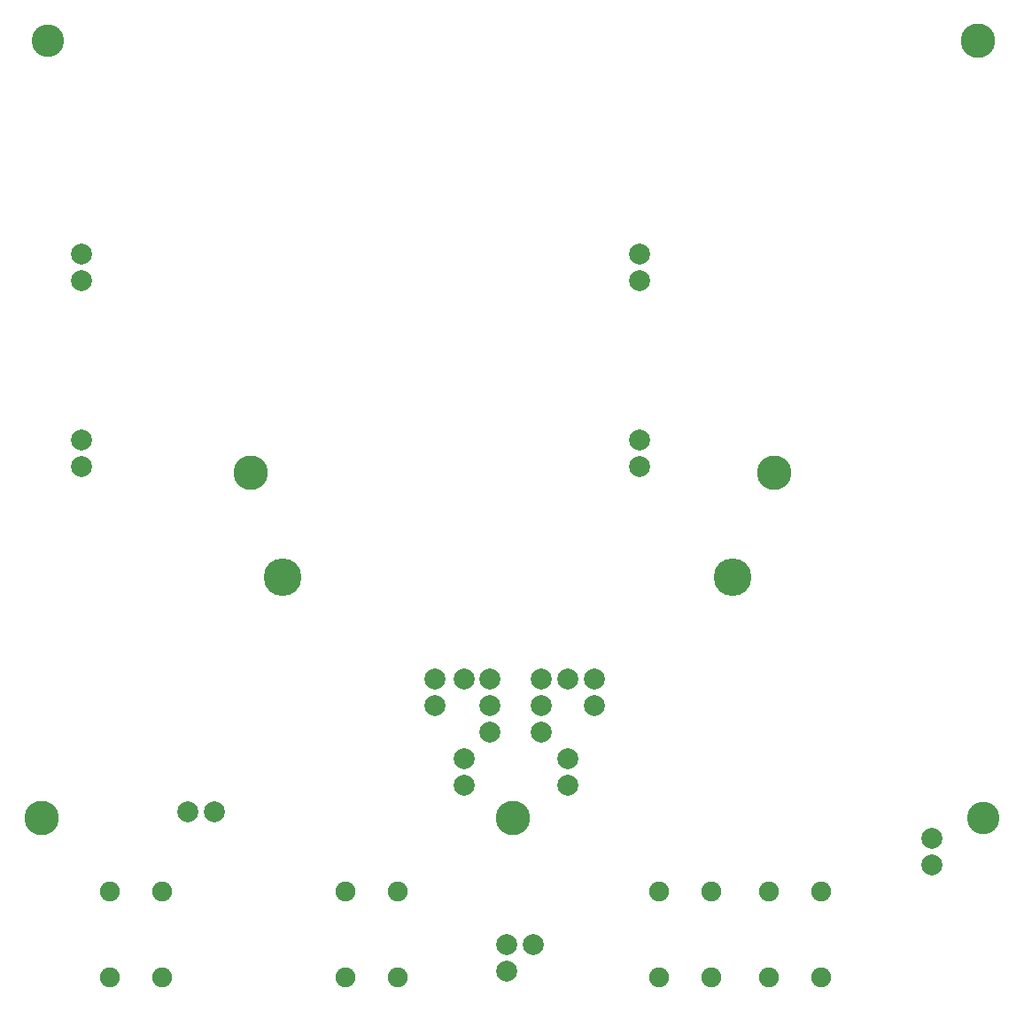
<source format=gbs>
G04 #@! TF.GenerationSoftware,KiCad,Pcbnew,5.1.7-a382d34a8~88~ubuntu20.04.1*
G04 #@! TF.CreationDate,2021-06-18T16:25:46+02:00*
G04 #@! TF.ProjectId,Power,506f7765-722e-46b6-9963-61645f706362,rev?*
G04 #@! TF.SameCoordinates,Original*
G04 #@! TF.FileFunction,Soldermask,Bot*
G04 #@! TF.FilePolarity,Negative*
%FSLAX46Y46*%
G04 Gerber Fmt 4.6, Leading zero omitted, Abs format (unit mm)*
G04 Created by KiCad (PCBNEW 5.1.7-a382d34a8~88~ubuntu20.04.1) date 2021-06-18 16:25:46*
%MOMM*%
%LPD*%
G01*
G04 APERTURE LIST*
%ADD10C,2.000000*%
%ADD11C,1.100000*%
%ADD12C,3.300000*%
%ADD13C,3.100000*%
%ADD14C,1.903400*%
%ADD15C,3.600000*%
G04 APERTURE END LIST*
D10*
G04 #@! TO.C,J35*
X91440000Y-134620000D03*
D11*
X91440000Y-134620000D03*
G04 #@! TD*
D12*
G04 #@! TO.C,H1*
X67000000Y-87000000D03*
X47000000Y-120000000D03*
X136450000Y-45700000D03*
X117000000Y-87000000D03*
X92000000Y-120000000D03*
D13*
X137000000Y-120000000D03*
X47550000Y-45700000D03*
G04 #@! TD*
D10*
G04 #@! TO.C,J34*
X63500000Y-119380000D03*
D11*
X63500000Y-119380000D03*
G04 #@! TD*
D10*
G04 #@! TO.C,J3*
X60960000Y-119380000D03*
D11*
X60960000Y-119380000D03*
G04 #@! TD*
D10*
G04 #@! TO.C,J33*
X132080000Y-121920000D03*
D11*
X132080000Y-121920000D03*
G04 #@! TD*
D10*
G04 #@! TO.C,J30*
X132080000Y-124460000D03*
D11*
X132080000Y-124460000D03*
G04 #@! TD*
D10*
G04 #@! TO.C,J27*
X89800000Y-109220000D03*
D11*
X89800000Y-109220000D03*
G04 #@! TD*
D10*
G04 #@! TO.C,J15*
X89800000Y-106680000D03*
D11*
X89800000Y-106680000D03*
G04 #@! TD*
D10*
G04 #@! TO.C,J32*
X89800000Y-111760000D03*
D11*
X89800000Y-111760000D03*
G04 #@! TD*
D10*
G04 #@! TO.C,J31*
X104140000Y-86360000D03*
D11*
X104140000Y-86360000D03*
G04 #@! TD*
D10*
G04 #@! TO.C,J29*
X94780000Y-109220000D03*
D11*
X94780000Y-109220000D03*
G04 #@! TD*
D10*
G04 #@! TO.C,J28*
X94780000Y-111760000D03*
D11*
X94780000Y-111760000D03*
G04 #@! TD*
D10*
G04 #@! TO.C,J26*
X91440000Y-132080000D03*
D11*
X91440000Y-132080000D03*
G04 #@! TD*
D10*
G04 #@! TO.C,J25*
X93980000Y-132080000D03*
D11*
X93980000Y-132080000D03*
G04 #@! TD*
D10*
G04 #@! TO.C,J24*
X50800000Y-86360000D03*
D11*
X50800000Y-86360000D03*
G04 #@! TD*
D10*
G04 #@! TO.C,J23*
X50800000Y-83820000D03*
D11*
X50800000Y-83820000D03*
G04 #@! TD*
D10*
G04 #@! TO.C,J22*
X50800000Y-68580000D03*
D11*
X50800000Y-68580000D03*
G04 #@! TD*
D10*
G04 #@! TO.C,J21*
X50800000Y-66040000D03*
D11*
X50800000Y-66040000D03*
G04 #@! TD*
D10*
G04 #@! TO.C,J20*
X99860000Y-109220000D03*
D11*
X99860000Y-109220000D03*
G04 #@! TD*
D10*
G04 #@! TO.C,J19*
X97320000Y-106680000D03*
D11*
X97320000Y-106680000D03*
G04 #@! TD*
D10*
G04 #@! TO.C,J18*
X87400000Y-106680000D03*
D11*
X87400000Y-106680000D03*
G04 #@! TD*
D10*
G04 #@! TO.C,J17*
X99860000Y-106680000D03*
D11*
X99860000Y-106680000D03*
G04 #@! TD*
D10*
G04 #@! TO.C,J16*
X94780000Y-106680000D03*
D11*
X94780000Y-106680000D03*
G04 #@! TD*
D10*
G04 #@! TO.C,J14*
X97320000Y-116840000D03*
D11*
X97320000Y-116840000D03*
G04 #@! TD*
D10*
G04 #@! TO.C,J13*
X84620000Y-109220000D03*
D11*
X84620000Y-109220000D03*
G04 #@! TD*
D10*
G04 #@! TO.C,J12*
X87400000Y-116840000D03*
D11*
X87400000Y-116840000D03*
G04 #@! TD*
D10*
G04 #@! TO.C,J11*
X97320000Y-114300000D03*
D11*
X97320000Y-114300000D03*
G04 #@! TD*
D10*
G04 #@! TO.C,J10*
X84620000Y-106680000D03*
D11*
X84620000Y-106680000D03*
G04 #@! TD*
D10*
G04 #@! TO.C,J9*
X87400000Y-114300000D03*
D11*
X87400000Y-114300000D03*
G04 #@! TD*
D10*
G04 #@! TO.C,J8*
X104140000Y-68580000D03*
D11*
X104140000Y-68580000D03*
G04 #@! TD*
D10*
G04 #@! TO.C,J7*
X104140000Y-83820000D03*
D11*
X104140000Y-83820000D03*
G04 #@! TD*
D10*
G04 #@! TO.C,J6*
X104140000Y-66040000D03*
D11*
X104140000Y-66040000D03*
G04 #@! TD*
D14*
G04 #@! TO.C,J1*
X58500000Y-135199999D03*
X53500000Y-135199999D03*
X58500000Y-127000000D03*
X53500000Y-127000000D03*
G04 #@! TD*
G04 #@! TO.C,J2*
X81000000Y-135199999D03*
X76000000Y-135199999D03*
X81000000Y-127000000D03*
X76000000Y-127000000D03*
G04 #@! TD*
G04 #@! TO.C,J4*
X121500000Y-135199999D03*
X116500000Y-135199999D03*
X121500000Y-127000000D03*
X116500000Y-127000000D03*
G04 #@! TD*
G04 #@! TO.C,J5*
X111000000Y-135199999D03*
X106000000Y-135199999D03*
X111000000Y-127000000D03*
X106000000Y-127000000D03*
G04 #@! TD*
D15*
G04 #@! TO.C,H4*
X70000000Y-97000000D03*
G04 #@! TD*
G04 #@! TO.C,H3*
X113000000Y-97000000D03*
G04 #@! TD*
M02*

</source>
